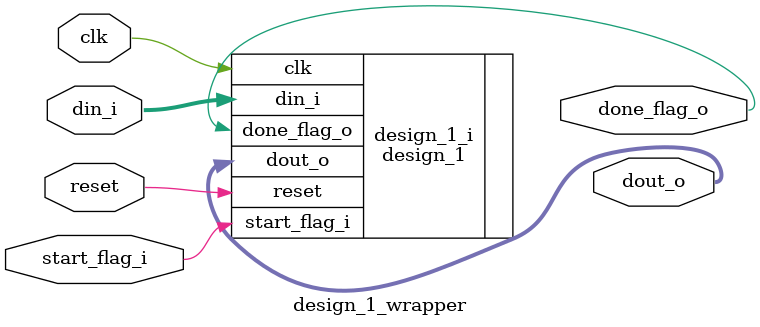
<source format=v>
`timescale 1 ps / 1 ps

module design_1_wrapper
   (clk,
    din_i,
    done_flag_o,
    dout_o,
    reset,
    start_flag_i);
  input clk;
  input [31:0]din_i;
  output done_flag_o;
  output [31:0]dout_o;
  input reset;
  input start_flag_i;

  wire clk;
  wire [31:0]din_i;
  wire done_flag_o;
  wire [31:0]dout_o;
  wire reset;
  wire start_flag_i;

  design_1 design_1_i
       (.clk(clk),
        .din_i(din_i),
        .done_flag_o(done_flag_o),
        .dout_o(dout_o),
        .reset(reset),
        .start_flag_i(start_flag_i));
endmodule

</source>
